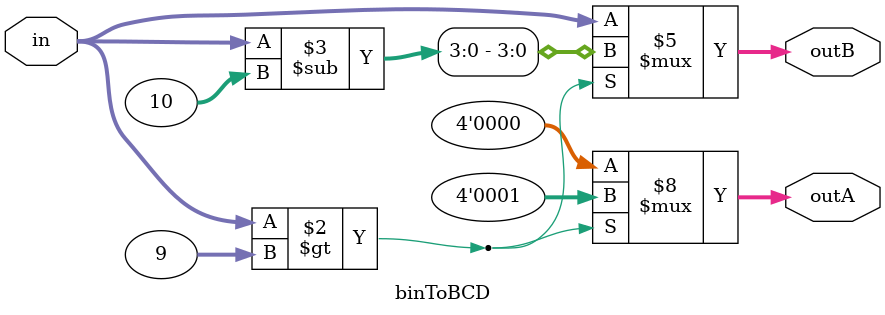
<source format=v>
module binToBCD(in, outA, outB);
	input [3:0]in;
	
	output[3:0]outA, outB;
	reg[3:0]outA, outB;
	
	always@(*)begin
		if(in>'d9)begin
			outA=1;
			outB=in-'d10;
		end
		else begin
			outA=0;
			outB=in;
		end
	end	
	
endmodule
</source>
